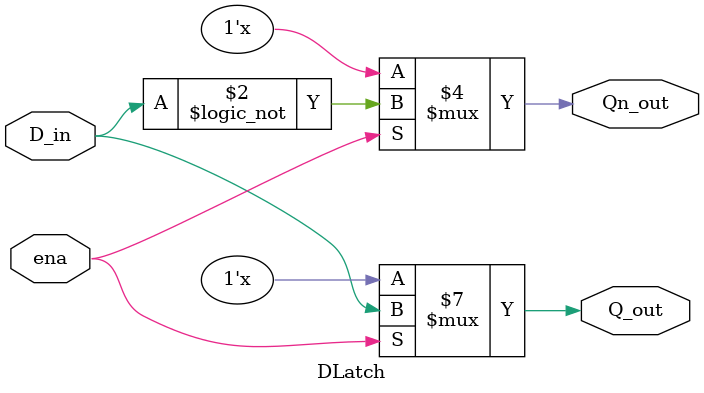
<source format=v>


`timescale 1ns/10ps

module DLatch (
    D_in,
    ena,
    Q_out,
    Qn_out
);


input D_in;
input ena;
output Q_out;
reg Q_out;
output Qn_out;
reg Qn_out;






always @(ena, D_in) begin: DLATCH_LOGIC
    if (ena) begin
        Q_out = D_in;
        Qn_out = (!D_in);
    end
end

endmodule

</source>
